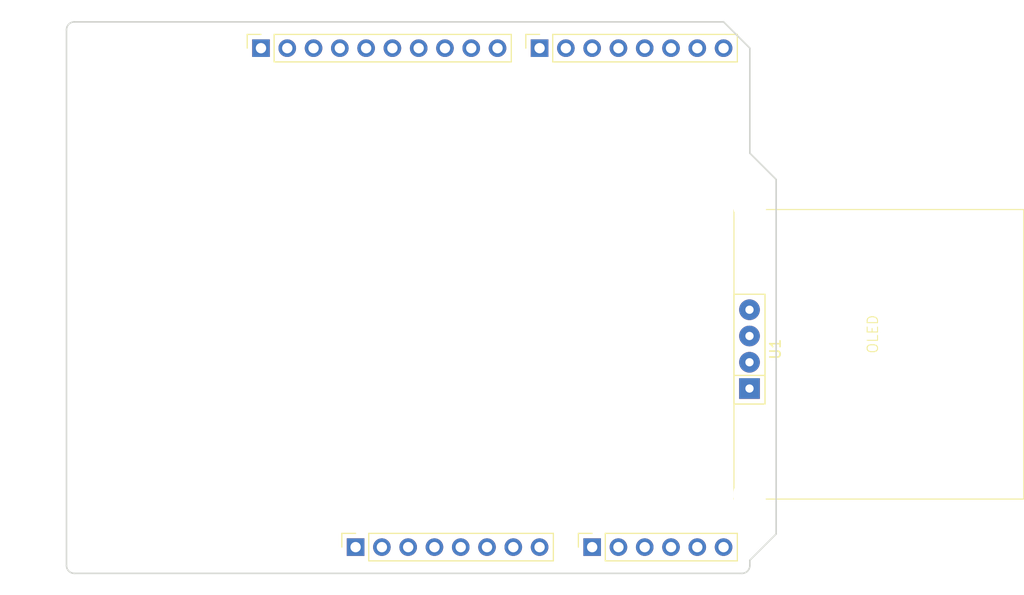
<source format=kicad_pcb>
(kicad_pcb (version 20241229) (generator "pcbnew") (generator_version "9.0")
  (title_block (date "mar. 31 mars 2015"))
  (layers (0 "F.Cu" signal) (2 "B.Cu" signal) (13 "F.Paste" user) (15 "B.Paste" user) (5 "F.SilkS" user "F.Silkscreen") (7 "B.SilkS" user "B.Silkscreen") (1 "F.Mask" user) (3 "B.Mask" user) (25 "Edge.Cuts" user))
  (net 0 "")
  (net 1 "GND")
  (net 3 "+5V")
  (net 4 "/IOREF")
  (net 5 "/A0")
  (net 6 "/A1")
  (net 7 "/A2")
  (net 8 "/A3")
  (net 9 "/SDA{slash}A4")
  (net 10 "/SCL{slash}A5")
  (net 11 "/13")
  (net 12 "/12")
  (net 13 "/AREF")
  (net 14 "/8")
  (net 15 "/7")
  (net 16 "/*11")
  (net 17 "/*10")
  (net 18 "/*9")
  (net 19 "/4")
  (net 20 "/2")
  (net 21 "/*6")
  (net 22 "/*5")
  (net 23 "/TX{slash}1")
  (net 24 "/*3")
  (net 25 "/RX{slash}0")
  (net 26 "+3V3")
  (net 27 "VCC")
  (net 28 "/~{RESET}")
  (footprint "Connector_PinSocket_2.54mm:PinSocket_1x08_P2.54mm_Vertical" (layer "F.Cu") (at 127.94 97.46 90)
    (property "Reference" "J1" (hide yes))
    (property "Value" "Power")
    (fp_line (start 1.33 -1.33) (end 1.33 0) (stroke (width 0.12)) (layer "F.SilkS"))
    (fp_line (start 0 -1.33) (end 1.33 -1.33) (stroke (width 0.12)) (layer "F.SilkS"))
    (fp_line (start 1.33 1.27) (end 1.33 19.11) (stroke (width 0.12)) (layer "F.SilkS"))
    (fp_line (start -1.33 1.27) (end 1.33 1.27) (stroke (width 0.12)) (layer "F.SilkS"))
    (fp_line (start -1.33 1.27) (end -1.33 19.11) (stroke (width 0.12)) (layer "F.SilkS"))
    (fp_line (start -1.33 19.11) (end 1.33 19.11) (stroke (width 0.12)) (layer "F.SilkS"))
    (pad "1" thru_hole rect (at 0 0 90) (size 1.7 1.7) (drill 1) (layers "*.Cu" "*.Mask"))
    (pad "2" thru_hole oval (at 0 2.54 90) (size 1.7 1.7) (drill 1) (layers "*.Cu" "*.Mask") (net 4 "/IOREF"))
    (pad "3" thru_hole oval (at 0 5.08 90) (size 1.7 1.7) (drill 1) (layers "*.Cu" "*.Mask") (net 28 "/~{RESET}"))
    (pad "4" thru_hole oval (at 0 7.62 90) (size 1.7 1.7) (drill 1) (layers "*.Cu" "*.Mask") (net 26 "+3V3"))
    (pad "5" thru_hole oval (at 0 10.16 90) (size 1.7 1.7) (drill 1) (layers "*.Cu" "*.Mask") (net 3 "+5V"))
    (pad "6" thru_hole oval (at 0 12.7 90) (size 1.7 1.7) (drill 1) (layers "*.Cu" "*.Mask") (net 1 "GND"))
    (pad "7" thru_hole oval (at 0 15.24 90) (size 1.7 1.7) (drill 1) (layers "*.Cu" "*.Mask") (net 1 "GND"))
    (pad "8" thru_hole oval (at 0 17.78 90) (size 1.7 1.7) (drill 1) (layers "*.Cu" "*.Mask") (net 27 "VCC"))
  )
  (footprint "Connector_PinSocket_2.54mm:PinSocket_1x06_P2.54mm_Vertical" (layer "F.Cu") (at 150.8 97.46 90)
    (property "Reference" "J3" (hide yes))
    (property "Value" "Analog")
    (fp_line (start 1.33 -1.33) (end 1.33 0) (stroke (width 0.12)) (layer "F.SilkS"))
    (fp_line (start 0 -1.33) (end 1.33 -1.33) (stroke (width 0.12)) (layer "F.SilkS"))
    (fp_line (start 1.33 1.27) (end 1.33 14.03) (stroke (width 0.12)) (layer "F.SilkS"))
    (fp_line (start -1.33 1.27) (end 1.33 1.27) (stroke (width 0.12)) (layer "F.SilkS"))
    (fp_line (start -1.33 1.27) (end -1.33 14.03) (stroke (width 0.12)) (layer "F.SilkS"))
    (fp_line (start -1.33 14.03) (end 1.33 14.03) (stroke (width 0.12)) (layer "F.SilkS"))
    (pad "1" thru_hole rect (at 0 0 90) (size 1.7 1.7) (drill 1) (layers "*.Cu" "*.Mask") (net 5 "/A0"))
    (pad "2" thru_hole oval (at 0 2.54 90) (size 1.7 1.7) (drill 1) (layers "*.Cu" "*.Mask") (net 6 "/A1"))
    (pad "3" thru_hole oval (at 0 5.08 90) (size 1.7 1.7) (drill 1) (layers "*.Cu" "*.Mask") (net 7 "/A2"))
    (pad "4" thru_hole oval (at 0 7.62 90) (size 1.7 1.7) (drill 1) (layers "*.Cu" "*.Mask") (net 8 "/A3"))
    (pad "5" thru_hole oval (at 0 10.16 90) (size 1.7 1.7) (drill 1) (layers "*.Cu" "*.Mask") (net 9 "/SDA{slash}A4"))
    (pad "6" thru_hole oval (at 0 12.7 90) (size 1.7 1.7) (drill 1) (layers "*.Cu" "*.Mask") (net 10 "/SCL{slash}A5"))
  )
  (footprint "Connector_PinSocket_2.54mm:PinSocket_1x10_P2.54mm_Vertical" (layer "F.Cu") (at 118.796 49.2 90)
    (property "Reference" "J2" (hide yes))
    (property "Value" "Digital/PWM")
    (fp_line (start 1.33 -1.33) (end 1.33 0) (stroke (width 0.12)) (layer "F.SilkS"))
    (fp_line (start 0 -1.33) (end 1.33 -1.33) (stroke (width 0.12)) (layer "F.SilkS"))
    (fp_line (start 1.33 1.27) (end 1.33 24.19) (stroke (width 0.12)) (layer "F.SilkS"))
    (fp_line (start -1.33 1.27) (end 1.33 1.27) (stroke (width 0.12)) (layer "F.SilkS"))
    (fp_line (start -1.33 1.27) (end -1.33 24.19) (stroke (width 0.12)) (layer "F.SilkS"))
    (fp_line (start -1.33 24.19) (end 1.33 24.19) (stroke (width 0.12)) (layer "F.SilkS"))
    (pad "1" thru_hole rect (at 0 0 90) (size 1.7 1.7) (drill 1) (layers "*.Cu" "*.Mask") (net 10 "/SCL{slash}A5"))
    (pad "2" thru_hole oval (at 0 2.54 90) (size 1.7 1.7) (drill 1) (layers "*.Cu" "*.Mask") (net 9 "/SDA{slash}A4"))
    (pad "3" thru_hole oval (at 0 5.08 90) (size 1.7 1.7) (drill 1) (layers "*.Cu" "*.Mask") (net 13 "/AREF"))
    (pad "4" thru_hole oval (at 0 7.62 90) (size 1.7 1.7) (drill 1) (layers "*.Cu" "*.Mask") (net 1 "GND"))
    (pad "5" thru_hole oval (at 0 10.16 90) (size 1.7 1.7) (drill 1) (layers "*.Cu" "*.Mask") (net 11 "/13"))
    (pad "6" thru_hole oval (at 0 12.7 90) (size 1.7 1.7) (drill 1) (layers "*.Cu" "*.Mask") (net 12 "/12"))
    (pad "7" thru_hole oval (at 0 15.24 90) (size 1.7 1.7) (drill 1) (layers "*.Cu" "*.Mask") (net 16 "/*11"))
    (pad "8" thru_hole oval (at 0 17.78 90) (size 1.7 1.7) (drill 1) (layers "*.Cu" "*.Mask") (net 17 "/*10"))
    (pad "9" thru_hole oval (at 0 20.32 90) (size 1.7 1.7) (drill 1) (layers "*.Cu" "*.Mask") (net 18 "/*9"))
    (pad "10" thru_hole oval (at 0 22.86 90) (size 1.7 1.7) (drill 1) (layers "*.Cu" "*.Mask") (net 14 "/8"))
  )
  (footprint "Connector_PinSocket_2.54mm:PinSocket_1x08_P2.54mm_Vertical" (layer "F.Cu") (at 145.72 49.2 90)
    (property "Reference" "J4" (hide yes))
    (property "Value" "Digital/PWM")
    (fp_line (start 1.33 -1.33) (end 1.33 0) (stroke (width 0.12)) (layer "F.SilkS"))
    (fp_line (start 0 -1.33) (end 1.33 -1.33) (stroke (width 0.12)) (layer "F.SilkS"))
    (fp_line (start 1.33 1.27) (end 1.33 19.11) (stroke (width 0.12)) (layer "F.SilkS"))
    (fp_line (start -1.33 1.27) (end 1.33 1.27) (stroke (width 0.12)) (layer "F.SilkS"))
    (fp_line (start -1.33 1.27) (end -1.33 19.11) (stroke (width 0.12)) (layer "F.SilkS"))
    (fp_line (start -1.33 19.11) (end 1.33 19.11) (stroke (width 0.12)) (layer "F.SilkS"))
    (pad "1" thru_hole rect (at 0 0 90) (size 1.7 1.7) (drill 1) (layers "*.Cu" "*.Mask") (net 15 "/7"))
    (pad "2" thru_hole oval (at 0 2.54 90) (size 1.7 1.7) (drill 1) (layers "*.Cu" "*.Mask") (net 21 "/*6"))
    (pad "3" thru_hole oval (at 0 5.08 90) (size 1.7 1.7) (drill 1) (layers "*.Cu" "*.Mask") (net 22 "/*5"))
    (pad "4" thru_hole oval (at 0 7.62 90) (size 1.7 1.7) (drill 1) (layers "*.Cu" "*.Mask") (net 19 "/4"))
    (pad "5" thru_hole oval (at 0 10.16 90) (size 1.7 1.7) (drill 1) (layers "*.Cu" "*.Mask") (net 24 "/*3"))
    (pad "6" thru_hole oval (at 0 12.7 90) (size 1.7 1.7) (drill 1) (layers "*.Cu" "*.Mask") (net 20 "/2"))
    (pad "7" thru_hole oval (at 0 15.24 90) (size 1.7 1.7) (drill 1) (layers "*.Cu" "*.Mask") (net 23 "/TX{slash}1"))
    (pad "8" thru_hole oval (at 0 17.78 90) (size 1.7 1.7) (drill 1) (layers "*.Cu" "*.Mask") (net 25 "/RX{slash}0"))
  )
  (footprint "Arduino_MountingHole:MountingHole_3.2mm" (layer "F.Cu") (at 115.24 49.2)
    (property "Reference" "MH1" (hide yes))
    (property "Value" "MountingHole_3.2mm" (hide yes))
    (pad "" np_thru_hole circle (at 0 0) (size 3.2 3.2) (drill 3.2) (layers "*.Cu" "*.Mask"))
  )
  (footprint "Arduino_MountingHole:MountingHole_3.2mm" (layer "F.Cu") (at 113.97 97.46)
    (property "Reference" "MH2" (hide yes))
    (property "Value" "MountingHole_3.2mm" (hide yes))
    (pad "" np_thru_hole circle (at 0 0) (size 3.2 3.2) (drill 3.2) (layers "*.Cu" "*.Mask"))
  )
  (footprint "Arduino_MountingHole:MountingHole_3.2mm" (layer "F.Cu") (at 166.04 64.44)
    (property "Reference" "MH3" (hide yes))
    (property "Value" "MountingHole_3.2mm" (hide yes))
    (pad "" np_thru_hole circle (at 0 0) (size 3.2 3.2) (drill 3.2) (layers "*.Cu" "*.Mask"))
  )
  (footprint "Arduino_MountingHole:MountingHole_3.2mm" (layer "F.Cu") (at 166.04 92.38)
    (property "Reference" "MH4" (hide yes))
    (property "Value" "MountingHole_3.2mm" (hide yes))
    (pad "" np_thru_hole circle (at 0 0) (size 3.2 3.2) (drill 3.2) (layers "*.Cu" "*.Mask"))
  )
  (footprint "librairie_empreintes:SIP-4" (layer "F.Cu") (at 166.005 78.31 90)
    (property "Reference" "U1" (at 0 2.5 90) (layer "F.SilkS"))
    (property "Value" "~")
    (fp_line (start 5.31 -1.5) (end 5.31 1.5) (stroke (width 0.12)) (layer "F.SilkS"))
    (fp_line (start -2.54 -1.5) (end -2.54 1.5) (stroke (width 0.12)) (layer "F.SilkS"))
    (fp_line (start -5.31 -1.5) (end 5.31 -1.5) (stroke (width 0.12)) (layer "F.SilkS"))
    (fp_line (start 5.31 1.5) (end -5.31 1.5) (stroke (width 0.12)) (layer "F.SilkS"))
    (fp_line (start -5.31 1.5) (end -5.31 -1.5) (stroke (width 0.12)) (layer "F.SilkS"))
    (fp_rect (start -14.5 -1.5) (end 13.5 26.5) (stroke (width 0.1)) (fill no) (layer "F.SilkS"))
    (fp_text user "OLED" (at -0.5 12.5 90) (layer "F.SilkS") (effects (font (thickness 0.1)) (justify left bottom)))
    (pad "1" thru_hole rect (at -3.81 0 90) (size 2 2) (drill 0.8) (layers "*.Cu" "*.Mask"))
    (pad "2" thru_hole circle (at -1.27 0 90) (size 2 2) (drill 0.8) (layers "*.Cu" "*.Mask"))
    (pad "3" thru_hole circle (at 1.27 0 90) (size 2 2) (drill 0.8) (layers "*.Cu" "*.Mask"))
    (pad "4" thru_hole circle (at 3.81 0 90) (size 2 2) (drill 0.8) (layers "*.Cu" "*.Mask"))
  )
  (gr_line (start 166.04 59.36) (end 168.58 61.9) (stroke (width 0.15)) (layer "Edge.Cuts"))
  (gr_line (start 100 99.238) (end 100 47.422) (stroke (width 0.15)) (layer "Edge.Cuts"))
  (gr_line (start 168.58 61.9) (end 168.58 96.19) (stroke (width 0.15)) (layer "Edge.Cuts"))
  (gr_line (start 165.278 100) (end 100.762 100) (stroke (width 0.15)) (layer "Edge.Cuts"))
  (gr_line (start 100.762 46.66) (end 163.5 46.66) (stroke (width 0.15)) (layer "Edge.Cuts"))
  (gr_arc (start 100.762 100) (mid 100.223185 99.776815) (end 100 99.238) (stroke (width 0.15)) (layer "Edge.Cuts"))
  (gr_line (start 168.58 96.19) (end 166.04 98.73) (stroke (width 0.15)) (layer "Edge.Cuts"))
  (gr_line (start 163.5 46.66) (end 166.04 49.2) (stroke (width 0.15)) (layer "Edge.Cuts"))
  (gr_arc (start 166.04 99.238) (mid 165.816815 99.776815) (end 165.278 100) (stroke (width 0.15)) (layer "Edge.Cuts"))
  (gr_line (start 166.04 49.2) (end 166.04 59.36) (stroke (width 0.15)) (layer "Edge.Cuts"))
  (gr_line (start 166.04 98.73) (end 166.04 99.238) (stroke (width 0.15)) (layer "Edge.Cuts"))
  (gr_arc (start 100 47.422) (mid 100.223185 46.883185) (end 100.762 46.66) (stroke (width 0.15)) (layer "Edge.Cuts"))
)
</source>
